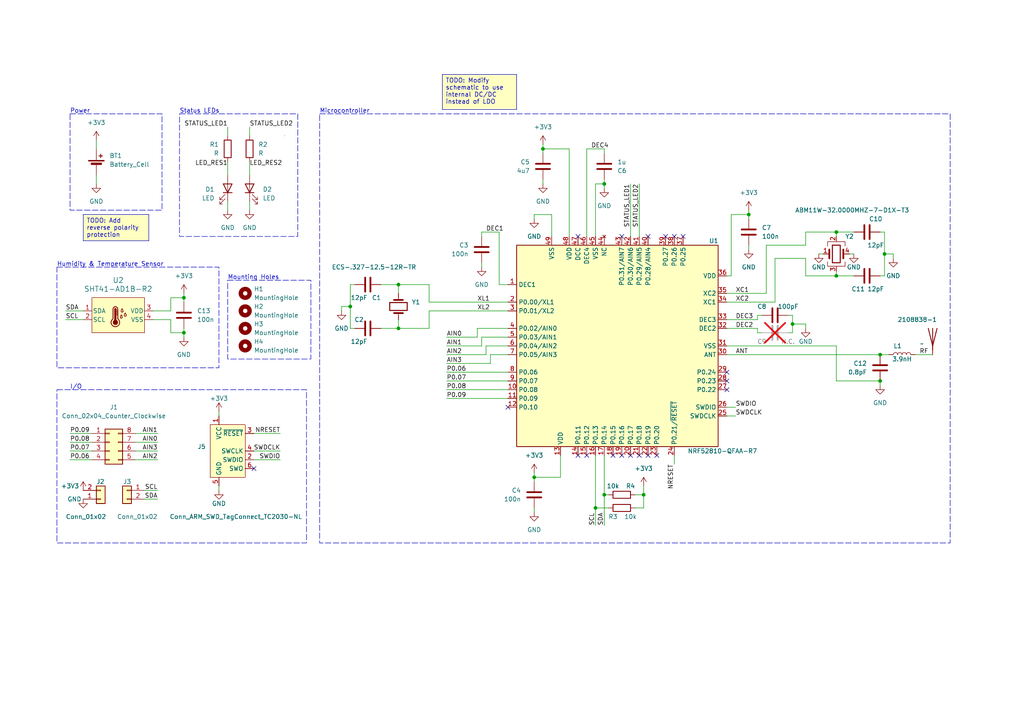
<source format=kicad_sch>
(kicad_sch (version 20230121) (generator eeschema)
  (paper "A4")
  (lib_symbols
    (symbol "Connector:Conn_ARM_SWD_TagConnect_TC2030-NL" (in_bom no)
      (property "Reference" "J" (at 2.54 11.43 0))
      (property "Value" "Conn_ARM_SWD_TagConnect_TC2030-NL" (at 2.54 8.89 0))
      (symbol "Conn_ARM_SWD_TagConnect_TC2030-NL_0_0"
        (pin power_in line (at -2.54 10.16 270) (length 2.54) (name "VCC") (number "1"))
        (pin bidirectional line (at 7.62 -2.54 180) (length 2.54) (name "SWDIO") (number "2"))
        (pin open_collector line (at 7.62 5.08 180) (length 2.54) (name "~{RESET}") (number "3"))
        (pin output line (at 7.62 0 180) (length 2.54) (name "SWCLK") (number "4"))
        (pin power_in line (at -2.54 -10.16 90) (length 2.54) (name "GND") (number "5"))
        (pin input line (at 7.62 -5.08 180) (length 2.54) (name "SWO") (number "6"))
      )
      (symbol "Conn_ARM_SWD_TagConnect_TC2030-NL_0_1"
        (rectangle (start -5.08 7.62) (end 5.08 -7.62) (fill (type background)))
      )
    )
    (symbol "Connector_Generic:Conn_01x02" (pin_names (offset 1.016) hide)
      (property "Reference" "J" (at 0 2.54 0))
      (property "Value" "Conn_01x02" (at 0 -5.08 0))
      (symbol "Conn_01x02_1_1"
        (rectangle (start -1.27 -2.413) (end 0 -2.667) (stroke (width 0.1524)))
        (rectangle (start -1.27 0.127) (end 0 -0.127) (stroke (width 0.1524)))
        (rectangle (start -1.27 1.27) (end 1.27 -3.81) (stroke (width 0.254)) (fill (type background)))
        (pin passive line (at -5.08 0 0) (length 3.81) (name "Pin_1") (number "1"))
        (pin passive line (at -5.08 -2.54 0) (length 3.81) (name "Pin_2") (number "2"))
      )
    )
    (symbol "Connector_Generic:Conn_02x04_Counter_Clockwise" (pin_names (offset 1.016) hide)
      (property "Reference" "J" (at 1.27 5.08 0))
      (property "Value" "Conn_02x04_Counter_Clockwise" (at 1.27 -7.62 0))
      (symbol "Conn_02x04_Counter_Clockwise_1_1"
        (rectangle (start -1.27 -4.953) (end 0 -5.207) (stroke (width 0.1524)))
        (rectangle (start -1.27 -2.413) (end 0 -2.667) (stroke (width 0.1524)))
        (rectangle (start -1.27 0.127) (end 0 -0.127) (stroke (width 0.1524)))
        (rectangle (start -1.27 2.667) (end 0 2.413) (stroke (width 0.1524)))
        (rectangle (start -1.27 3.81) (end 3.81 -6.35) (stroke (width 0.254)) (fill (type background)))
        (rectangle (start 3.81 -4.953) (end 2.54 -5.207) (stroke (width 0.1524)))
        (rectangle (start 3.81 -2.413) (end 2.54 -2.667) (stroke (width 0.1524)))
        (rectangle (start 3.81 0.127) (end 2.54 -0.127) (stroke (width 0.1524)))
        (rectangle (start 3.81 2.667) (end 2.54 2.413) (stroke (width 0.1524)))
        (pin passive line (at -5.08 2.54 0) (length 3.81) (name "Pin_1") (number "1"))
        (pin passive line (at -5.08 0 0) (length 3.81) (name "Pin_2") (number "2"))
        (pin passive line (at -5.08 -2.54 0) (length 3.81) (name "Pin_3") (number "3"))
        (pin passive line (at -5.08 -5.08 0) (length 3.81) (name "Pin_4") (number "4"))
        (pin passive line (at 7.62 -5.08 180) (length 3.81) (name "Pin_5") (number "5"))
        (pin passive line (at 7.62 -2.54 180) (length 3.81) (name "Pin_6") (number "6"))
        (pin passive line (at 7.62 0 180) (length 3.81) (name "Pin_7") (number "7"))
        (pin passive line (at 7.62 2.54 180) (length 3.81) (name "Pin_8") (number "8"))
      )
    )
    (symbol "Device:Antenna" (pin_numbers hide) (pin_names (offset 1.016) hide)
      (property "Reference" "AE" (at -1.905 1.905 0))
      (property "Value" "Antenna" (at -1.905 0 0))
      (symbol "Antenna_0_1"
        (polyline (pts (xy 0 2.54) (xy 0 -3.81)) (stroke (width 0.254)))
        (polyline (pts (xy 1.27 2.54) (xy 0 -2.54) (xy -1.27 2.54)) (stroke (width 0.254)))
      )
      (symbol "Antenna_1_1"
        (pin input line (at 0 -5.08 90) (length 2.54) (name "A") (number "1"))
      )
    )
    (symbol "Device:Battery_Cell" (pin_numbers hide) (pin_names (offset 0) hide)
      (property "Reference" "BT" (at 2.54 2.54 0))
      (property "Value" "Battery_Cell" (at 2.54 0 0))
      (symbol "Battery_Cell_0_1"
        (rectangle (start -2.286 1.778) (end 2.286 1.524) (fill (type outline)))
        (rectangle (start -1.524 1.016) (end 1.524 0.508) (fill (type outline)))
        (polyline (pts (xy 0 0.762) (xy 0 0)))
        (polyline (pts (xy 0 1.778) (xy 0 2.54)))
        (polyline (pts (xy 0.762 3.048) (xy 1.778 3.048)) (stroke (width 0.254)))
        (polyline (pts (xy 1.27 3.556) (xy 1.27 2.54)) (stroke (width 0.254)))
      )
      (symbol "Battery_Cell_1_1"
        (pin passive line (at 0 5.08 270) (length 2.54) (name "+") (number "1"))
        (pin passive line (at 0 -2.54 90) (length 2.54) (name "-") (number "2"))
      )
    )
    (symbol "Device:C" (pin_numbers hide) (pin_names (offset 0.254))
      (property "Reference" "C" (at 0.635 2.54 0))
      (property "Value" "C" (at 0.635 -2.54 0))
      (symbol "C_0_1"
        (polyline (pts (xy -2.032 -0.762) (xy 2.032 -0.762)) (stroke (width 0.508)))
        (polyline (pts (xy -2.032 0.762) (xy 2.032 0.762)) (stroke (width 0.508)))
      )
      (symbol "C_1_1"
        (pin passive line (at 0 3.81 270) (length 2.794) (name "~") (number "1"))
        (pin passive line (at 0 -3.81 90) (length 2.794) (name "~") (number "2"))
      )
    )
    (symbol "Device:Crystal" (pin_numbers hide) (pin_names (offset 1.016) hide)
      (property "Reference" "Y" (at 0 3.81 0))
      (property "Value" "Crystal" (at 0 -3.81 0))
      (symbol "Crystal_0_1"
        (rectangle (start -1.143 2.54) (end 1.143 -2.54) (stroke (width 0.3048)))
        (polyline (pts (xy -2.54 0) (xy -1.905 0)))
        (polyline (pts (xy -1.905 -1.27) (xy -1.905 1.27)) (stroke (width 0.508)))
        (polyline (pts (xy 1.905 -1.27) (xy 1.905 1.27)) (stroke (width 0.508)))
        (polyline (pts (xy 2.54 0) (xy 1.905 0)))
      )
      (symbol "Crystal_1_1"
        (pin passive line (at -3.81 0 0) (length 1.27) (name "1") (number "1"))
        (pin passive line (at 3.81 0 180) (length 1.27) (name "2") (number "2"))
      )
    )
    (symbol "Device:Crystal_GND23" (pin_names (offset 1.016) hide)
      (property "Reference" "Y" (at 3.175 5.08 0))
      (property "Value" "Crystal_GND23" (at 3.175 3.175 0))
      (symbol "Crystal_GND23_0_1"
        (rectangle (start -1.143 2.54) (end 1.143 -2.54) (stroke (width 0.3048)))
        (polyline (pts (xy -2.54 0) (xy -2.032 0)))
        (polyline (pts (xy -2.032 -1.27) (xy -2.032 1.27)) (stroke (width 0.508)))
        (polyline (pts (xy 0 -3.81) (xy 0 -3.556)))
        (polyline (pts (xy 0 3.556) (xy 0 3.81)))
        (polyline (pts (xy 2.032 -1.27) (xy 2.032 1.27)) (stroke (width 0.508)))
        (polyline (pts (xy 2.032 0) (xy 2.54 0)))
        (polyline (pts (xy -2.54 -2.286) (xy -2.54 -3.556) (xy 2.54 -3.556) (xy 2.54 -2.286)))
        (polyline (pts (xy -2.54 2.286) (xy -2.54 3.556) (xy 2.54 3.556) (xy 2.54 2.286)))
      )
      (symbol "Crystal_GND23_1_1"
        (pin passive line (at -3.81 0 0) (length 1.27) (name "1") (number "1"))
        (pin passive line (at 0 5.08 270) (length 1.27) (name "2") (number "2"))
        (pin passive line (at 0 -5.08 90) (length 1.27) (name "3") (number "3"))
        (pin passive line (at 3.81 0 180) (length 1.27) (name "4") (number "4"))
      )
    )
    (symbol "Device:L" (pin_numbers hide) (pin_names (offset 1.016) hide)
      (property "Reference" "L" (at -1.27 0 90))
      (property "Value" "L" (at 1.905 0 90))
      (symbol "L_0_1"
        (arc (start 0 -2.54) (mid 0.6323 -1.905) (end 0 -1.27))
        (arc (start 0 -1.27) (mid 0.6323 -0.635) (end 0 0))
        (arc (start 0 0) (mid 0.6323 0.635) (end 0 1.27))
        (arc (start 0 1.27) (mid 0.6323 1.905) (end 0 2.54))
      )
      (symbol "L_1_1"
        (pin passive line (at 0 3.81 270) (length 1.27) (name "1") (number "1"))
        (pin passive line (at 0 -3.81 90) (length 1.27) (name "2") (number "2"))
      )
    )
    (symbol "Device:LED" (pin_numbers hide) (pin_names (offset 1.016) hide)
      (property "Reference" "D" (at 0 2.54 0))
      (property "Value" "LED" (at 0 -2.54 0))
      (symbol "LED_0_1"
        (polyline (pts (xy -1.27 -1.27) (xy -1.27 1.27)) (stroke (width 0.254)))
        (polyline (pts (xy -1.27 0) (xy 1.27 0)))
        (polyline (pts (xy 1.27 -1.27) (xy 1.27 1.27) (xy -1.27 0) (xy 1.27 -1.27)) (stroke (width 0.254)))
        (polyline (pts (xy -3.048 -0.762) (xy -4.572 -2.286) (xy -3.81 -2.286) (xy -4.572 -2.286) (xy -4.572 -1.524)))
        (polyline (pts (xy -1.778 -0.762) (xy -3.302 -2.286) (xy -2.54 -2.286) (xy -3.302 -2.286) (xy -3.302 -1.524)))
      )
      (symbol "LED_1_1"
        (pin passive line (at -3.81 0 0) (length 2.54) (name "K") (number "1"))
        (pin passive line (at 3.81 0 180) (length 2.54) (name "A") (number "2"))
      )
    )
    (symbol "Device:R" (pin_numbers hide) (pin_names (offset 0))
      (property "Reference" "R" (at 2.032 0 90))
      (property "Value" "R" (at 0 0 90))
      (symbol "R_0_1"
        (rectangle (start -1.016 -2.54) (end 1.016 2.54) (stroke (width 0.254)))
      )
      (symbol "R_1_1"
        (pin passive line (at 0 3.81 270) (length 1.27) (name "~") (number "1"))
        (pin passive line (at 0 -3.81 90) (length 1.27) (name "~") (number "2"))
      )
    )
    (symbol "Mechanical:MountingHole" (pin_names (offset 1.016))
      (property "Reference" "H" (at 0 5.08 0))
      (property "Value" "MountingHole" (at 0 3.175 0))
      (symbol "MountingHole_0_1"
        (circle (center 0 0) (radius 1.27) (stroke (width 1.27)))
      )
    )
    (symbol "encyclopedia_galactica:NRF52810-QFAA-R7"
      (property "Reference" "U" (at 0 54.61 0))
      (property "Value" "NRF52810-QFAA-R7" (at 0 52.07 0))
      (symbol "NRF52810-QFAA-R7_0_1"
        (rectangle (start -29.21 29.21) (end 29.21 -29.21) (stroke (width 0.254)) (fill (type background)))
      )
      (symbol "NRF52810-QFAA-R7_1_1"
        (pin passive line (at -31.75 17.78 0) (length 2.54) (name "DEC1") (number "1"))
        (pin bidirectional line (at -31.75 -12.7 0) (length 2.54) (name "P0.08") (number "10"))
        (pin bidirectional line (at -31.75 -15.24 0) (length 2.54) (name "P0.09") (number "11"))
        (pin bidirectional line (at -31.75 -17.78 0) (length 2.54) (name "P0.10") (number "12"))
        (pin power_in line (at -16.51 -31.75 90) (length 2.54) (name "VDD") (number "13"))
        (pin bidirectional line (at -11.43 -31.75 90) (length 2.54) (name "P0.11") (number "14"))
        (pin bidirectional line (at -8.89 -31.75 90) (length 2.54) (name "P0.12") (number "15"))
        (pin bidirectional line (at -6.35 -31.75 90) (length 2.54) (name "P0.13") (number "16"))
        (pin bidirectional line (at -3.81 -31.75 90) (length 2.54) (name "P0.14") (number "17"))
        (pin bidirectional line (at -1.27 -31.75 90) (length 2.54) (name "P0.15") (number "18"))
        (pin bidirectional line (at 1.27 -31.75 90) (length 2.54) (name "P0.16") (number "19"))
        (pin bidirectional line (at -31.75 12.7 0) (length 2.54) (name "P0.00/XL1") (number "2"))
        (pin bidirectional line (at 3.81 -31.75 90) (length 2.54) (name "P0.17") (number "20"))
        (pin bidirectional line (at 6.35 -31.75 90) (length 2.54) (name "P0.18") (number "21"))
        (pin bidirectional line (at 8.89 -31.75 90) (length 2.54) (name "P0.19") (number "22"))
        (pin bidirectional line (at 11.43 -31.75 90) (length 2.54) (name "P0.20") (number "23"))
        (pin bidirectional line (at 16.51 -31.75 90) (length 2.54) (name "P0.21/~{RESET}") (number "24"))
        (pin input line (at 31.75 -20.32 180) (length 2.54) (name "SWDCLK") (number "25"))
        (pin bidirectional line (at 31.75 -17.78 180) (length 2.54) (name "SWDIO") (number "26"))
        (pin bidirectional line (at 31.75 -12.7 180) (length 2.54) (name "P0.22") (number "27"))
        (pin bidirectional line (at 31.75 -10.16 180) (length 2.54) (name "P0.23") (number "28"))
        (pin bidirectional line (at 31.75 -7.62 180) (length 2.54) (name "P0.24") (number "29"))
        (pin bidirectional line (at -31.75 10.16 0) (length 2.54) (name "P0.01/XL2") (number "3"))
        (pin passive line (at 31.75 -2.54 180) (length 2.54) (name "ANT") (number "30"))
        (pin power_in line (at 31.75 0 180) (length 2.54) (name "VSS") (number "31"))
        (pin passive line (at 31.75 5.08 180) (length 2.54) (name "DEC2") (number "32"))
        (pin passive line (at 31.75 7.62 180) (length 2.54) (name "DEC3") (number "33"))
        (pin input line (at 31.75 12.7 180) (length 2.54) (name "XC1") (number "34"))
        (pin input line (at 31.75 15.24 180) (length 2.54) (name "XC2") (number "35"))
        (pin passive line (at 31.75 20.32 180) (length 2.54) (name "VDD") (number "36"))
        (pin bidirectional line (at 19.05 31.75 270) (length 2.54) (name "P0.25") (number "37"))
        (pin bidirectional line (at 16.51 31.75 270) (length 2.54) (name "P0.26") (number "38"))
        (pin bidirectional line (at 13.97 31.75 270) (length 2.54) (name "P0.27") (number "39"))
        (pin bidirectional line (at -31.75 5.08 0) (length 2.54) (name "P0.02/AIN0") (number "4"))
        (pin bidirectional line (at 8.89 31.75 270) (length 2.54) (name "P0.28/AIN4") (number "40"))
        (pin bidirectional line (at 6.35 31.75 270) (length 2.54) (name "P0.29/AIN5") (number "41"))
        (pin bidirectional line (at 3.81 31.75 270) (length 2.54) (name "P0.30/AIN6") (number "42"))
        (pin bidirectional line (at 1.27 31.75 270) (length 2.54) (name "P0.31/AIN7") (number "43"))
        (pin no_connect line (at -3.81 31.75 270) (length 2.54) (name "NC") (number "44"))
        (pin passive line (at -6.35 31.75 270) (length 2.54) (name "VSS") (number "45"))
        (pin passive line (at -8.89 31.75 270) (length 2.54) (name "DEC4") (number "46"))
        (pin power_out line (at -11.43 31.75 270) (length 2.54) (name "DCC") (number "47"))
        (pin passive line (at -13.97 31.75 270) (length 2.54) (name "VDD") (number "48"))
        (pin passive line (at -19.05 31.75 270) (length 2.54) (name "VSS") (number "49"))
        (pin bidirectional line (at -31.75 2.54 0) (length 2.54) (name "P0.03/AIN1") (number "5"))
        (pin bidirectional line (at -31.75 0 0) (length 2.54) (name "P0.04/AIN2") (number "6"))
        (pin bidirectional line (at -31.75 -2.54 0) (length 2.54) (name "P0.05/AIN3") (number "7"))
        (pin bidirectional line (at -31.75 -7.62 0) (length 2.54) (name "P0.06") (number "8"))
        (pin bidirectional line (at -31.75 -10.16 0) (length 2.54) (name "P0.07") (number "9"))
      )
    )
    (symbol "encyclopedia_galactica:SHT41-AD1B-R2" (pin_names (offset 0.254))
      (property "Reference" "U" (at 0 13.97 0))
      (property "Value" "SHT41-AD1B-R2" (at 0 11.43 0))
      (symbol "SHT41-AD1B-R2_0_0"
        (polyline (pts (xy -0.7782 -2.7679) (xy -0.7538 -2.7614) (xy -0.6273 -2.7452) (xy -0.5713 -2.733) (xy -0.4386 -2.65) (xy -0.3005 -2.5149) (xy -0.1862 -2.3589) (xy -0.1253 -2.2133) (xy -0.1122 -1.9777) (xy -0.1841 -1.7536) (xy -0.3553 -1.5359) (xy -0.5465 -1.3446) (xy -0.5465 0.2882) (xy -0.5465 1.9209) (xy -0.6855 2.012) (xy -0.7691 2.0613) (xy -0.8546 2.0708) (xy -0.9634 2.012) (xy -1.1023 1.9209) (xy -1.1023 0.2767) (xy -1.1023 -1.3675) (xy -1.2424 -1.4777) (xy -1.2888 -1.5171) (xy -1.4497 -1.7284) (xy -1.5229 -1.9679) (xy -1.5126 -2.2124) (xy -1.4228 -2.4384) (xy -1.2576 -2.6226) (xy -1.0211 -2.7416) (xy -0.8813 -2.7694) (xy -0.7782 -2.7679)) (stroke (width 0.01)) (fill (type outline)))
        (polyline (pts (xy 2.1727 -0.3391) (xy 2.3119 -0.2679) (xy 2.3683 -0.175) (xy 2.3992 -0.0278) (xy 2.3871 0.0546) (xy 2.337 0.2108) (xy 2.2619 0.3868) (xy 2.177 0.5511) (xy 2.0973 0.6727) (xy 2.0379 0.7202) (xy 1.9994 0.6955) (xy 1.9245 0.5928) (xy 1.8393 0.4391) (xy 1.7593 0.2658) (xy 1.6999 0.1045) (xy 1.6767 -0.0135) (xy 1.6805 -0.0349) (xy 1.7878 -0.0349) (xy 1.7977 0.0177) (xy 1.8421 0.1542) (xy 1.9103 0.3256) (xy 2.0328 0.6103) (xy 2.1597 0.3359) (xy 2.2226 0.1922) (xy 2.2764 0.0231) (xy 2.275 -0.0919) (xy 2.2213 -0.1774) (xy 2.1655 -0.214) (xy 2.0379 -0.2441) (xy 1.9584 -0.2324) (xy 1.8367 -0.1559) (xy 1.7878 -0.0349) (xy 1.6805 -0.0349) (xy 1.6952 -0.1171) (xy 1.7686 -0.2536) (xy 1.8305 -0.3015) (xy 1.9945 -0.3498) (xy 2.1727 -0.3391)) (stroke (width 0.01)) (fill (type outline)))
        (polyline (pts (xy 1.2779 0.8852) (xy 1.3876 0.9342) (xy 1.439 1.0346) (xy 1.4494 1.2197) (xy 1.4056 1.4476) (xy 1.3104 1.6903) (xy 1.2438 1.815) (xy 1.1682 1.9333) (xy 1.1209 1.9791) (xy 1.087 1.9506) (xy 1.016 1.8457) (xy 0.9313 1.6903) (xy 0.8493 1.4902) (xy 0.7962 1.2577) (xy 0.7964 1.2083) (xy 0.8985 1.2083) (xy 0.907 1.2863) (xy 0.947 1.4367) (xy 1.0063 1.5899) (xy 1.0699 1.7089) (xy 1.1227 1.7568) (xy 1.1687 1.7194) (xy 1.2295 1.6057) (xy 1.286 1.4514) (xy 1.3252 1.2933) (xy 1.3338 1.1679) (xy 1.3235 1.1054) (xy 1.2709 1.0212) (xy 1.1467 0.9899) (xy 1.1356 0.9889) (xy 0.987 0.994) (xy 0.9164 1.0597) (xy 0.8985 1.2083) (xy 0.7964 1.2083) (xy 0.7968 1.063) (xy 0.8541 0.9342) (xy 0.9555 0.8871) (xy 1.116 0.8695) (xy 1.2779 0.8852)) (stroke (width 0.01)) (fill (type outline)))
        (polyline (pts (xy 1.1245 -0.8535) (xy 1.1312 -0.8498) (xy 1.2085 -0.7577) (xy 1.2315 -0.5895) (xy 1.2238 -0.507) (xy 1.1823 -0.3342) (xy 1.116 -0.1464) (xy 1.038 0.0259) (xy 0.9612 0.1517) (xy 0.8985 0.2005) (xy 0.864 0.1827) (xy 0.7914 0.0847) (xy 0.7123 -0.0722) (xy 0.6397 -0.2572) (xy 0.5864 -0.4397) (xy 0.5682 -0.5702) (xy 0.6762 -0.5702) (xy 0.6847 -0.4923) (xy 0.7246 -0.3419) (xy 0.784 -0.1887) (xy 0.8476 -0.0697) (xy 0.9004 -0.0218) (xy 0.9464 -0.0591) (xy 1.0072 -0.1728) (xy 1.0637 -0.3271) (xy 1.1029 -0.4853) (xy 1.1115 -0.6106) (xy 1.1012 -0.6731) (xy 1.0485 -0.7574) (xy 0.9243 -0.7887) (xy 0.9133 -0.7897) (xy 0.7647 -0.7846) (xy 0.6941 -0.7188) (xy 0.6762 -0.5702) (xy 0.5682 -0.5702) (xy 0.5656 -0.5887) (xy 0.5845 -0.7427) (xy 0.6623 -0.851) (xy 0.7257 -0.88) (xy 0.9286 -0.906) (xy 1.1245 -0.8535)) (stroke (width 0.01)) (fill (type outline)))
        (polyline (pts (xy -0.5545 -3.3797) (xy -0.2175 -3.2426) (xy 0.0945 -2.9972) (xy 0.1243 -2.9669) (xy 0.3463 -2.6832) (xy 0.4707 -2.3844) (xy 0.5089 -2.044) (xy 0.476 -1.8294) (xy 0.3828 -1.5698) (xy 0.2505 -1.3237) (xy 0.1 -1.1376) (xy -0.0463 -1.0029) (xy -0.0464 0.4742) (xy -0.0467 0.7893) (xy -0.0488 1.1761) (xy -0.0534 1.4752) (xy -0.0614 1.7005) (xy -0.0736 1.8661) (xy -0.0909 1.986) (xy -0.1139 2.0742) (xy -0.1437 2.1447) (xy -0.2598 2.3183) (xy -0.4689 2.4887) (xy -0.7142 2.5745) (xy -0.9722 2.5687) (xy -1.2192 2.4643) (xy -1.2384 2.4513) (xy -1.3421 2.3751) (xy -1.424 2.294) (xy -1.4867 2.1948) (xy -1.5327 2.0641) (xy -1.5646 1.8887) (xy -1.585 1.6553) (xy -1.5964 1.3506) (xy -1.6014 0.9613) (xy -1.6025 0.4742) (xy -1.6026 -1.0029) (xy -1.7489 -1.1376) (xy -1.8907 -1.3105) (xy -2.0247 -1.5544) (xy -2.1208 -1.8145) (xy -2.1578 -2.044) (xy -2.1575 -2.0827) (xy -2.138 -2.2218) (xy -1.9808 -2.2218) (xy -1.9707 -1.897) (xy -1.8626 -1.5804) (xy -1.6554 -1.2905) (xy -1.4358 -1.0597) (xy -1.4358 0.4346) (xy -1.4358 0.4797) (xy -1.4346 0.9365) (xy -1.4309 1.2963) (xy -1.424 1.572) (xy -1.4133 1.7764) (xy -1.398 1.9226) (xy -1.3777 2.0235) (xy -1.3515 2.0921) (xy -1.3513 2.0925) (xy -1.216 2.2564) (xy -1.0244 2.3768) (xy -0.8244 2.4237) (xy -0.7891 2.4224) (xy -0.5709 2.3561) (xy -0.3871 2.2073) (xy -0.2603 2.0002) (xy -0.2131 1.7595) (xy -0.2144 1.7118) (xy -0.2434 1.6157) (xy -0.3242 1.59) (xy -0.389 1.5745) (xy -0.4354 1.5066) (xy -0.4147 1.458) (xy -0.3242 1.4233) (xy -0.2391 1.3933) (xy -0.2131 1.2843) (xy -0.237 1.1779) (xy -0.3242 1.1454) (xy -0.389 1.1299) (xy -0.4354 1.062) (xy -0.4147 1.0134) (xy -0.3242 0.9786) (xy -0.2391 0.9486) (xy -0.2131 0.8397) (xy -0.237 0.7333) (xy -0.3242 0.7007) (xy -0.389 0.6853) (xy -0.4354 0.6174) (xy -0.4147 0.5687) (xy -0.3242 0.534) (xy -0.2391 0.504) (xy -0.2131 0.395) (xy -0.237 0.2887) (xy -0.3242 0.2561) (xy -0.389 0.2406) (xy -0.4354 0.1727) (xy -0.4147 0.1241) (xy -0.3242 0.0894) (xy -0.3128 0.0892) (xy -0.2667 0.0778) (xy -0.2375 0.0345) (xy -0.2213 -0.0606) (xy -0.2145 -0.2272) (xy -0.2131 -0.4852) (xy -0.2131 -1.0597) (xy 0.0065 -1.2905) (xy 0.1132 -1.418) (xy 0.2758 -1.7239) (xy 0.3386 -2.0486) (xy 0.3025 -2.3736) (xy 0.168 -2.6806) (xy -0.0639 -2.9511) (xy -0.1168 -2.9941) (xy -0.3007 -3.1115) (xy -0.4755 -3.1865) (xy -0.586 -3.2131) (xy -0.9384 -3.2355) (xy -1.2628 -3.1514) (xy -1.568 -2.9592) (xy -1.7106 -2.8208) (xy -1.8938 -2.5359) (xy -1.9808 -2.2218) (xy -2.138 -2.2218) (xy -2.1106 -2.4174) (xy -1.9764 -2.7137) (xy -1.7434 -2.9978) (xy -1.5826 -3.142) (xy -1.4085 -3.2682) (xy -1.2691 -3.3395) (xy -0.9161 -3.4084) (xy -0.5545 -3.3797)) (stroke (width 0.01)) (fill (type outline)))
      )
      (symbol "SHT41-AD1B-R2_1_1"
        (rectangle (start -7.62 5.08) (end 7.62 -5.08) (fill (type background)))
        (pin bidirectional line (at -10.16 1.27 0) (length 2.54) (name "SDA") (number "1"))
        (pin input line (at -10.16 -1.27 0) (length 2.54) (name "SCL") (number "2"))
        (pin power_in line (at 10.16 1.27 180) (length 2.54) (name "VDD") (number "3"))
        (pin power_out line (at 10.16 -1.27 180) (length 2.54) (name "VSS") (number "4"))
      )
    )
    (symbol "power:+3V3" (power) (pin_names (offset 0))
      (property "Value" "+3V3" (at 0 3.556 0))
      (symbol "+3V3_0_1"
        (polyline (pts (xy -0.762 1.27) (xy 0 2.54)))
        (polyline (pts (xy 0 0) (xy 0 2.54)))
        (polyline (pts (xy 0 2.54) (xy 0.762 1.27)))
      )
      (symbol "+3V3_1_1"
        (pin power_in line (at 0 0 90) (length 0) hide (name "+3V3") (number "1"))
      )
    )
    (symbol "power:GND" (power) (pin_names (offset 0))
      (property "Value" "GND" (at 0 -3.81 0))
      (symbol "GND_0_1"
        (polyline (pts (xy 0 0) (xy 0 -1.27) (xy 1.27 -1.27) (xy 0 -2.54) (xy -1.27 -1.27) (xy 0 -1.27)))
      )
      (symbol "GND_1_1"
        (pin power_in line (at 0 0 270) (length 0) hide (name "GND") (number "1"))
      )
    )
  )
  (junction (at 242.57 67.31))
  (junction (at 175.26 143.51))
  (junction (at 255.27 110.49))
  (junction (at 175.26 53.34))
  (junction (at 186.69 143.51))
  (junction (at 255.27 102.87))
  (junction (at 115.57 95.25))
  (junction (at 53.34 96.52))
  (junction (at 154.94 138.43))
  (junction (at 217.17 62.23))
  (junction (at 242.57 80.01))
  (junction (at 101.6 88.9))
  (junction (at 229.87 93.98))
  (junction (at 115.57 82.55))
  (junction (at 53.34 86.36))
  (junction (at 256.54 73.66))
  (junction (at 157.48 43.18))
  (junction (at 172.72 147.32))
  (no_connect (at 182.88 132.08))
  (no_connect (at 147.32 118.11))
  (no_connect (at 73.66 135.89))
  (no_connect (at 210.82 113.03))
  (no_connect (at 210.82 110.49))
  (no_connect (at 167.64 132.08))
  (no_connect (at 180.34 132.08))
  (no_connect (at 170.18 132.08))
  (no_connect (at 177.8 132.08))
  (no_connect (at 190.5 132.08))
  (no_connect (at 187.96 68.58))
  (no_connect (at 185.42 132.08))
  (no_connect (at 180.34 68.58))
  (no_connect (at 187.96 132.08))
  (no_connect (at 195.58 68.58))
  (no_connect (at 193.04 68.58))
  (no_connect (at 210.82 107.95))
  (no_connect (at 198.12 68.58))
  (no_connect (at 167.64 68.58))
  (wire (pts (xy 129.54 100.33) (xy 139.7 100.33)))
  (wire (pts (xy 139.7 76.2) (xy 139.7 77.47)))
  (wire (pts (xy 101.6 95.25) (xy 101.6 88.9)))
  (wire (pts (xy 175.26 52.07) (xy 175.26 53.34)))
  (wire (pts (xy 242.57 80.01) (xy 242.57 78.74)))
  (wire (pts (xy 212.09 80.01) (xy 210.82 80.01)))
  (wire (pts (xy 19.05 92.71) (xy 24.13 92.71)))
  (wire (pts (xy 147.32 97.79) (xy 139.7 97.79)))
  (wire (pts (xy 222.25 71.12) (xy 222.25 85.09)))
  (wire (pts (xy 157.48 52.07) (xy 157.48 53.34)))
  (wire (pts (xy 129.54 115.57) (xy 147.32 115.57)))
  (wire (pts (xy 233.68 93.98) (xy 229.87 93.98)))
  (wire (pts (xy 184.15 143.51) (xy 186.69 143.51)))
  (wire (pts (xy 224.79 74.93) (xy 233.68 74.93)))
  (wire (pts (xy 53.34 85.09) (xy 53.34 86.36)))
  (wire (pts (xy 115.57 82.55) (xy 115.57 85.09)))
  (wire (pts (xy 124.46 82.55) (xy 124.46 87.63)))
  (wire (pts (xy 265.43 102.87) (xy 270.51 102.87)))
  (wire (pts (xy 27.94 50.8) (xy 27.94 53.34)))
  (wire (pts (xy 172.72 147.32) (xy 176.53 147.32)))
  (wire (pts (xy 182.88 53.34) (xy 182.88 68.58)))
  (wire (pts (xy 140.97 100.33) (xy 140.97 102.87)))
  (wire (pts (xy 39.37 130.81) (xy 45.72 130.81)))
  (wire (pts (xy 49.53 86.36) (xy 53.34 86.36)))
  (wire (pts (xy 175.26 143.51) (xy 175.26 152.4)))
  (wire (pts (xy 256.54 80.01) (xy 256.54 73.66)))
  (wire (pts (xy 220.98 96.52) (xy 219.71 96.52)))
  (wire (pts (xy 185.42 53.34) (xy 185.42 68.58)))
  (wire (pts (xy 66.04 36.83) (xy 66.04 39.37)))
  (wire (pts (xy 175.26 143.51) (xy 176.53 143.51)))
  (wire (pts (xy 102.87 95.25) (xy 101.6 95.25)))
  (wire (pts (xy 154.94 147.32) (xy 154.94 148.59)))
  (wire (pts (xy 129.54 102.87) (xy 140.97 102.87)))
  (wire (pts (xy 129.54 107.95) (xy 147.32 107.95)))
  (wire (pts (xy 129.54 110.49) (xy 147.32 110.49)))
  (wire (pts (xy 139.7 68.58) (xy 139.7 67.31)))
  (wire (pts (xy 27.94 40.64) (xy 27.94 43.18)))
  (wire (pts (xy 154.94 138.43) (xy 162.56 138.43)))
  (wire (pts (xy 144.78 82.55) (xy 144.78 67.31)))
  (wire (pts (xy 144.78 67.31) (xy 139.7 67.31)))
  (wire (pts (xy 172.72 147.32) (xy 172.72 152.4)))
  (wire (pts (xy 147.32 95.25) (xy 138.43 95.25)))
  (wire (pts (xy 233.68 95.25) (xy 233.68 93.98)))
  (wire (pts (xy 255.27 102.87) (xy 257.81 102.87)))
  (wire (pts (xy 229.87 93.98) (xy 229.87 96.52)))
  (wire (pts (xy 49.53 90.17) (xy 49.53 86.36)))
  (wire (pts (xy 39.37 133.35) (xy 45.72 133.35)))
  (wire (pts (xy 217.17 60.96) (xy 217.17 62.23)))
  (wire (pts (xy 53.34 86.36) (xy 53.34 87.63)))
  (wire (pts (xy 242.57 67.31) (xy 233.68 67.31)))
  (wire (pts (xy 238.76 73.66) (xy 237.49 73.66)))
  (wire (pts (xy 170.18 43.18) (xy 170.18 68.58)))
  (wire (pts (xy 129.54 113.03) (xy 147.32 113.03)))
  (wire (pts (xy 220.98 91.44) (xy 219.71 91.44)))
  (wire (pts (xy 154.94 138.43) (xy 154.94 139.7)))
  (wire (pts (xy 165.1 43.18) (xy 157.48 43.18)))
  (wire (pts (xy 228.6 91.44) (xy 229.87 91.44)))
  (wire (pts (xy 20.32 128.27) (xy 26.67 128.27)))
  (wire (pts (xy 154.94 137.16) (xy 154.94 138.43)))
  (wire (pts (xy 210.82 100.33) (xy 242.57 100.33)))
  (wire (pts (xy 99.06 90.17) (xy 99.06 88.9)))
  (wire (pts (xy 210.82 102.87) (xy 255.27 102.87)))
  (wire (pts (xy 110.49 82.55) (xy 115.57 82.55)))
  (wire (pts (xy 142.24 102.87) (xy 142.24 105.41)))
  (wire (pts (xy 139.7 97.79) (xy 139.7 100.33)))
  (wire (pts (xy 157.48 41.91) (xy 157.48 43.18)))
  (wire (pts (xy 20.32 130.81) (xy 26.67 130.81)))
  (wire (pts (xy 165.1 68.58) (xy 165.1 43.18)))
  (wire (pts (xy 172.72 132.08) (xy 172.72 147.32)))
  (wire (pts (xy 224.79 74.93) (xy 224.79 87.63)))
  (wire (pts (xy 184.15 147.32) (xy 186.69 147.32)))
  (wire (pts (xy 186.69 143.51) (xy 186.69 140.97)))
  (wire (pts (xy 175.26 132.08) (xy 175.26 143.51)))
  (wire (pts (xy 242.57 67.31) (xy 242.57 68.58)))
  (wire (pts (xy 256.54 67.31) (xy 255.27 67.31)))
  (wire (pts (xy 233.68 80.01) (xy 242.57 80.01)))
  (wire (pts (xy 72.39 58.42) (xy 72.39 60.96)))
  (wire (pts (xy 195.58 132.08) (xy 195.58 134.62)))
  (wire (pts (xy 242.57 100.33) (xy 242.57 110.49)))
  (wire (pts (xy 247.65 73.66) (xy 246.38 73.66)))
  (wire (pts (xy 217.17 62.23) (xy 217.17 63.5)))
  (wire (pts (xy 45.72 142.24) (xy 41.91 142.24)))
  (wire (pts (xy 138.43 95.25) (xy 138.43 97.79)))
  (wire (pts (xy 242.57 110.49) (xy 255.27 110.49)))
  (wire (pts (xy 115.57 95.25) (xy 124.46 95.25)))
  (wire (pts (xy 63.5 140.97) (xy 63.5 142.24)))
  (wire (pts (xy 20.32 125.73) (xy 26.67 125.73)))
  (wire (pts (xy 210.82 95.25) (xy 219.71 95.25)))
  (wire (pts (xy 45.72 144.78) (xy 41.91 144.78)))
  (wire (pts (xy 217.17 71.12) (xy 217.17 72.39)))
  (wire (pts (xy 20.32 133.35) (xy 26.67 133.35)))
  (wire (pts (xy 53.34 96.52) (xy 53.34 97.79)))
  (wire (pts (xy 157.48 43.18) (xy 157.48 44.45)))
  (wire (pts (xy 259.08 74.93) (xy 259.08 73.66)))
  (wire (pts (xy 124.46 87.63) (xy 147.32 87.63)))
  (wire (pts (xy 124.46 90.17) (xy 147.32 90.17)))
  (wire (pts (xy 66.04 58.42) (xy 66.04 60.96)))
  (wire (pts (xy 160.02 62.23) (xy 154.94 62.23)))
  (wire (pts (xy 66.04 46.99) (xy 66.04 50.8)))
  (wire (pts (xy 73.66 130.81) (xy 81.28 130.81)))
  (wire (pts (xy 39.37 125.73) (xy 45.72 125.73)))
  (wire (pts (xy 115.57 82.55) (xy 124.46 82.55)))
  (wire (pts (xy 210.82 92.71) (xy 219.71 92.71)))
  (wire (pts (xy 212.09 62.23) (xy 217.17 62.23)))
  (wire (pts (xy 175.26 43.18) (xy 175.26 44.45)))
  (wire (pts (xy 228.6 96.52) (xy 229.87 96.52)))
  (wire (pts (xy 255.27 80.01) (xy 256.54 80.01)))
  (wire (pts (xy 138.43 97.79) (xy 129.54 97.79)))
  (wire (pts (xy 124.46 95.25) (xy 124.46 90.17)))
  (wire (pts (xy 175.26 53.34) (xy 175.26 54.61)))
  (wire (pts (xy 210.82 120.65) (xy 213.36 120.65)))
  (wire (pts (xy 101.6 88.9) (xy 101.6 82.55)))
  (wire (pts (xy 170.18 43.18) (xy 175.26 43.18)))
  (wire (pts (xy 72.39 46.99) (xy 72.39 50.8)))
  (wire (pts (xy 147.32 102.87) (xy 142.24 102.87)))
  (wire (pts (xy 63.5 119.38) (xy 63.5 120.65)))
  (wire (pts (xy 186.69 147.32) (xy 186.69 143.51)))
  (wire (pts (xy 53.34 95.25) (xy 53.34 96.52)))
  (wire (pts (xy 224.79 87.63) (xy 210.82 87.63)))
  (wire (pts (xy 219.71 95.25) (xy 219.71 96.52)))
  (wire (pts (xy 233.68 67.31) (xy 233.68 71.12)))
  (wire (pts (xy 142.24 105.41) (xy 129.54 105.41)))
  (wire (pts (xy 39.37 128.27) (xy 45.72 128.27)))
  (wire (pts (xy 255.27 110.49) (xy 255.27 111.76)))
  (wire (pts (xy 44.45 90.17) (xy 49.53 90.17)))
  (wire (pts (xy 256.54 73.66) (xy 256.54 67.31)))
  (wire (pts (xy 172.72 53.34) (xy 175.26 53.34)))
  (wire (pts (xy 73.66 133.35) (xy 81.28 133.35)))
  (wire (pts (xy 259.08 73.66) (xy 256.54 73.66)))
  (wire (pts (xy 49.53 92.71) (xy 49.53 96.52)))
  (wire (pts (xy 154.94 62.23) (xy 154.94 63.5)))
  (wire (pts (xy 160.02 68.58) (xy 160.02 62.23)))
  (wire (pts (xy 147.32 82.55) (xy 144.78 82.55)))
  (wire (pts (xy 72.39 36.83) (xy 72.39 39.37)))
  (wire (pts (xy 233.68 80.01) (xy 233.68 74.93)))
  (wire (pts (xy 247.65 67.31) (xy 242.57 67.31)))
  (wire (pts (xy 44.45 92.71) (xy 49.53 92.71)))
  (wire (pts (xy 229.87 91.44) (xy 229.87 93.98)))
  (wire (pts (xy 115.57 92.71) (xy 115.57 95.25)))
  (wire (pts (xy 19.05 90.17) (xy 24.13 90.17)))
  (wire (pts (xy 110.49 95.25) (xy 115.57 95.25)))
  (wire (pts (xy 147.32 100.33) (xy 140.97 100.33)))
  (wire (pts (xy 49.53 96.52) (xy 53.34 96.52)))
  (wire (pts (xy 162.56 132.08) (xy 162.56 138.43)))
  (wire (pts (xy 212.09 62.23) (xy 212.09 80.01)))
  (wire (pts (xy 172.72 53.34) (xy 172.72 68.58)))
  (wire (pts (xy 210.82 118.11) (xy 213.36 118.11)))
  (wire (pts (xy 222.25 71.12) (xy 233.68 71.12)))
  (wire (pts (xy 99.06 88.9) (xy 101.6 88.9)))
  (wire (pts (xy 247.65 80.01) (xy 242.57 80.01)))
  (wire (pts (xy 73.66 125.73) (xy 81.28 125.73)))
  (wire (pts (xy 210.82 85.09) (xy 222.25 85.09)))
  (wire (pts (xy 101.6 82.55) (xy 102.87 82.55)))
  (wire (pts (xy 219.71 91.44) (xy 219.71 92.71)))
  (rectangle (start 52.07 33.02) (end 86.36 68.58) (stroke (width 0) (type dash)))
  (rectangle (start 16.51 113.03) (end 88.9 157.48) (stroke (width 0) (type dash)))
  (rectangle (start 20.32 33.02) (end 46.99 60.96) (stroke (width 0) (type dash)))
  (rectangle (start 92.71 33.02) (end 275.59 157.48) (stroke (width 0) (type dash)))
  (rectangle (start 16.51 77.47) (end 63.5 106.68) (stroke (width 0) (type dash)))
  (rectangle (start 66.04 81.28) (end 90.17 104.14) (stroke (width 0) (type dash)))
  (rectangle (start 82.55 39.37) (end 82.55 39.37))
  (text_box "TODO: Add reverse polarity protection" (at 24.13 62.23 0) (size 19.05 7.62) (fill (type color) (color 255 255 194 1)) (effects (font (size 1.27 1.27)) (justify left top)))
  (text_box "TODO: Modify schematic to use internal DC/DC instead of LDO" (at 128.27 21.59 0) (size 21.59 10.16) (fill (type color) (color 255 255 194 1)) (effects (font (size 1.27 1.27)) (justify left top)))
  (text "Humidity & Temperature Sensor" (at 16.51 77.47 0) (effects (font (size 1.27 1.27)) (justify left bottom)))
  (text "Microcontroller" (at 92.71 33.02 0) (effects (font (size 1.27 1.27)) (justify left bottom)))
  (text "Mounting Holes" (at 66.04 81.28 0) (effects (font (size 1.27 1.27)) (justify left bottom)))
  (text "I/O" (at 20.32 113.03 0) (effects (font (size 1.27 1.27)) (justify left bottom)))
  (text "Status LEDs" (at 52.07 33.02 0) (effects (font (size 1.27 1.27)) (justify left bottom)))
  (text "Power" (at 20.32 33.02 0) (effects (font (size 1.27 1.27)) (justify left bottom)))
  (label "P0.06" (at 20.32 133.35 0))
  (label "ANT" (at 213.36 102.87 0))
  (label "AIN0" (at 129.54 97.79 0))
  (label "P0.06" (at 129.54 107.95 0))
  (label "SDA" (at 19.05 90.17 0))
  (label "AIN2" (at 45.72 133.35 180))
  (label "SCL" (at 45.72 142.24 180))
  (label "SWDIO" (at 81.28 133.35 180))
  (label "SWDIO" (at 213.36 118.11 0))
  (label "XC1" (at 213.36 85.09 0))
  (label "STATUS_LED1" (at 66.04 36.83 180))
  (label "SCL" (at 172.72 152.4 90))
  (label "DEC3" (at 213.36 92.71 0))
  (label "P0.08" (at 129.54 113.03 0))
  (label "P0.09" (at 20.32 125.73 0))
  (label "RF" (at 266.7 102.87 0))
  (label "STATUS_LED2" (at 185.42 53.34 270))
  (label "XL2" (at 138.43 90.17 0))
  (label "AIN3" (at 129.54 105.41 0))
  (label "DEC2" (at 213.36 95.25 0))
  (label "P0.08" (at 20.32 128.27 0))
  (label "NRESET" (at 81.28 125.73 180))
  (label "AIN3" (at 45.72 130.81 180))
  (label "LED_RES1" (at 66.04 48.26 180))
  (label "DEC1" (at 140.97 67.31 0))
  (label "SDA" (at 175.26 152.4 90))
  (label "P0.07" (at 129.54 110.49 0))
  (label "SCL" (at 19.05 92.71 0))
  (label "P0.07" (at 20.32 130.81 0))
  (label "STATUS_LED2" (at 72.39 36.83 0))
  (label "P0.09" (at 129.54 115.57 0))
  (label "AIN1" (at 45.72 125.73 180))
  (label "SWDCLK" (at 213.36 120.65 0))
  (label "STATUS_LED1" (at 182.88 53.34 270))
  (label "DEC4" (at 171.45 43.18 0))
  (label "XL1" (at 138.43 87.63 0))
  (label "AIN2" (at 129.54 102.87 0))
  (label "XC2" (at 213.36 87.63 0))
  (label "LED_RES2" (at 72.39 48.26 0))
  (label "AIN1" (at 129.54 100.33 0))
  (label "NRESET" (at 195.58 134.62 270))
  (label "SWDCLK" (at 81.28 130.81 180))
  (label "AIN0" (at 45.72 128.27 180))
  (label "SDA" (at 45.72 144.78 180))
  (symbol (lib_id "power:GND") (at 237.49 73.66 0) (mirror y) (unit 1)
    (property "Reference" "#PWR016" (effects hide))
    (property "Value" "GND" (at 237.49 77.47 0))
  )
  (symbol (lib_id "Device:LED") (at 66.04 54.61 270) (mirror x) (unit 1)
    (property "Reference" "D1" (at 62.23 54.9275 90) (effects (justify right)))
    (property "Value" "LED" (at 62.23 57.4675 90) (effects (justify right)))
    (property "Footprint" "Resistor_SMD:R_0603_1608Metric" (effects hide))
  )
  (symbol (lib_id "power:+3V3") (at 53.34 85.09 0) (unit 1)
    (property "Reference" "#PWR020" (effects hide))
    (property "Value" "+3V3" (at 53.34 80.01 0))
  )
  (symbol (lib_id "Device:C") (at 106.68 95.25 270) (unit 1)
    (property "Reference" "C2" (at 104.14 92.71 90))
    (property "Value" "12pF" (at 104.14 99.06 90))
    (property "Footprint" "Capacitor_SMD:C_0603_1608Metric" (effects hide))
  )
  (symbol (lib_id "power:GND") (at 247.65 73.66 0) (mirror y) (unit 1)
    (property "Reference" "#PWR017" (effects hide))
    (property "Value" "GND" (at 247.65 77.47 0))
  )
  (symbol (lib_id "Device:C") (at 217.17 67.31 180) (unit 1)
    (property "Reference" "C7" (at 220.98 66.04 0) (effects (justify right)))
    (property "Value" "100n" (at 220.98 68.58 0) (effects (justify right)))
    (property "Footprint" "Capacitor_SMD:C_0603_1608Metric" (effects hide))
  )
  (symbol (lib_id "power:+3V3") (at 154.94 137.16 0) (unit 1)
    (property "Reference" "#PWR08" (effects hide))
    (property "Value" "+3V3" (at 154.94 132.08 0))
  )
  (symbol (lib_id "Device:C") (at 224.79 91.44 90) (unit 1)
    (property "Reference" "C8" (at 220.98 88.9 90))
    (property "Value" "100pF" (at 228.6 88.9 90))
    (property "Footprint" "Capacitor_SMD:C_0603_1608Metric" (effects hide))
  )
  (symbol (lib_id "power:GND") (at 255.27 111.76 0) (mirror y) (unit 1)
    (property "Reference" "#PWR018" (effects hide))
    (property "Value" "GND" (at 255.27 116.84 0))
  )
  (symbol (lib_id "power:GND") (at 72.39 60.96 0) (unit 1)
    (property "Reference" "#PWR04" (effects hide))
    (property "Value" "GND" (at 72.39 66.04 0))
  )
  (symbol (lib_id "power:GND") (at 53.34 97.79 0) (unit 1)
    (property "Reference" "#PWR021" (effects hide))
    (property "Value" "GND" (at 53.34 102.87 0))
  )
  (symbol (lib_id "power:GND") (at 139.7 77.47 0) (unit 1)
    (property "Reference" "#PWR06" (effects hide))
    (property "Value" "GND" (at 139.7 82.55 0))
  )
  (symbol (lib_id "Mechanical:MountingHole") (at 71.12 100.33 0) (unit 1)
    (property "Reference" "H4" (at 73.66 99.06 0) (effects (justify left)))
    (property "Value" "MountingHole" (at 73.66 101.6 0) (effects (justify left)))
    (property "Footprint" "MountingHole:MountingHole_2.2mm_M2" (effects hide))
  )
  (symbol (lib_id "power:GND") (at 157.48 53.34 0) (unit 1)
    (property "Reference" "#PWR011" (effects hide))
    (property "Value" "GND" (at 157.48 58.42 0))
  )
  (symbol (lib_id "power:+3V3") (at 217.17 60.96 0) (mirror y) (unit 1)
    (property "Reference" "#PWR013" (effects hide))
    (property "Value" "+3V3" (at 217.17 55.88 0))
  )
  (symbol (lib_id "Device:Crystal") (at 115.57 88.9 90) (unit 1)
    (property "Reference" "Y1" (at 119.38 87.63 90) (effects (justify right)))
    (property "Value" " ECS-.327-12.5-12R-TR " (at 95.25 77.47 90) (effects (justify right)))
    (property "Footprint" "encyclopedia_galactica:ECS-.327-12.5-12R-TR" (effects hide))
  )
  (symbol (lib_id "power:GND") (at 27.94 53.34 0) (unit 1)
    (property "Reference" "#PWR03" (effects hide))
    (property "Value" "GND" (at 27.94 58.42 0))
  )
  (symbol (lib_id "Device:C") (at 157.48 48.26 0) (mirror x) (unit 1)
    (property "Reference" "C5" (at 153.67 46.99 0) (effects (justify right)))
    (property "Value" "4u7" (at 153.67 49.53 0) (effects (justify right)))
    (property "Footprint" "Capacitor_SMD:C_0603_1608Metric" (effects hide))
  )
  (symbol (lib_id "power:+3V3") (at 63.5 119.38 0) (unit 1)
    (property "Reference" "#PWR025" (effects hide))
    (property "Value" "+3V3" (at 63.5 115.57 0))
  )
  (symbol (lib_id "Device:C") (at 106.68 82.55 270) (mirror x) (unit 1)
    (property "Reference" "C1" (at 109.22 86.36 90))
    (property "Value" "12pF" (at 104.14 86.36 90))
    (property "Footprint" "Capacitor_SMD:C_0603_1608Metric" (effects hide))
  )
  (symbol (lib_id "power:+3V3") (at 24.13 142.24 0) (unit 1)
    (property "Reference" "#PWR024" (effects hide))
    (property "Value" "+3V3" (at 20.32 140.97 0))
  )
  (symbol (lib_id "Device:C") (at 251.46 67.31 90) (unit 1)
    (property "Reference" "C10" (at 254 63.5 90))
    (property "Value" "12pF" (at 254 71.12 90))
    (property "Footprint" "Capacitor_SMD:C_0603_1608Metric" (effects hide))
  )
  (symbol (lib_id "encyclopedia_galactica:NRF52810-QFAA-R7") (at 179.07 100.33 0) (unit 1)
    (property "Reference" "U1" (at 207.01 69.85 0))
    (property "Value" "NRF52810-QFAA-R7" (at 209.55 130.81 0))
    (property "Footprint" "Package_DFN_QFN:QFN-48-1EP_6x6mm_P0.4mm_EP4.6x4.6mm" (effects hide))
    (property "Datasheet" "https://infocenter.nordicsemi.com/pdf/nRF52810_PS_v1.4.pdf" (effects hide))
  )
  (symbol (lib_id "power:GND") (at 154.94 148.59 0) (unit 1)
    (property "Reference" "#PWR09" (effects hide))
    (property "Value" "GND" (at 154.94 153.67 0))
  )
  (symbol (lib_id "power:GND") (at 175.26 54.61 0) (unit 1)
    (property "Reference" "#PWR012" (effects hide))
    (property "Value" "GND" (at 175.26 59.69 0))
  )
  (symbol (lib_id "power:+3V3") (at 27.94 40.64 0) (unit 1)
    (property "Reference" "#PWR02" (effects hide))
    (property "Value" "+3V3" (at 27.94 35.56 0))
  )
  (symbol (lib_id "Device:C") (at 53.34 91.44 0) (unit 1)
    (property "Reference" "C13" (at 57.15 90.17 0) (effects (justify left)))
    (property "Value" "100n" (at 57.15 92.71 0) (effects (justify left)))
    (property "Footprint" "Capacitor_SMD:C_0603_1608Metric" (effects hide))
  )
  (symbol (lib_id "Mechanical:MountingHole") (at 71.12 95.25 0) (unit 1)
    (property "Reference" "H3" (at 73.66 93.98 0) (effects (justify left)))
    (property "Value" "MountingHole" (at 73.66 96.52 0) (effects (justify left)))
    (property "Footprint" "MountingHole:MountingHole_2.2mm_M2" (effects hide))
  )
  (symbol (lib_id "Device:C") (at 139.7 72.39 0) (mirror x) (unit 1)
    (property "Reference" "C3" (at 135.89 71.12 0) (effects (justify right)))
    (property "Value" "100n" (at 135.89 73.66 0) (effects (justify right)))
    (property "Footprint" "Capacitor_SMD:C_0603_1608Metric" (effects hide))
  )
  (symbol (lib_id "Mechanical:MountingHole") (at 71.12 85.09 0) (unit 1)
    (property "Reference" "H1" (at 73.66 83.82 0) (effects (justify left)))
    (property "Value" "MountingHole" (at 73.66 86.36 0) (effects (justify left)))
    (property "Footprint" "MountingHole:MountingHole_2.2mm_M2" (effects hide))
  )
  (symbol (lib_id "power:+3V3") (at 157.48 41.91 0) (unit 1)
    (property "Reference" "#PWR010" (effects hide))
    (property "Value" "+3V3" (at 157.48 36.83 0))
  )
  (symbol (lib_id "power:GND") (at 24.13 144.78 0) (mirror y) (unit 1)
    (property "Reference" "#PWR022" (effects hide))
    (property "Value" "GND" (at 21.59 144.78 0))
  )
  (symbol (lib_id "Device:R") (at 180.34 147.32 90) (mirror x) (unit 1)
    (property "Reference" "R3" (at 177.8 149.86 90))
    (property "Value" "10k" (at 182.88 149.86 90))
    (property "Footprint" "Resistor_SMD:R_0603_1608Metric" (effects hide))
  )
  (symbol (lib_id "Device:C") (at 255.27 106.68 0) (mirror x) (unit 1)
    (property "Reference" "C12" (at 251.46 105.41 0) (effects (justify right)))
    (property "Value" "0.8pF" (at 251.46 107.95 0) (effects (justify right)))
    (property "Footprint" "Capacitor_SMD:C_0603_1608Metric" (effects hide))
  )
  (symbol (lib_id "Device:R") (at 66.04 43.18 0) (mirror y) (unit 1)
    (property "Reference" "R1" (at 63.5 41.91 0) (effects (justify left)))
    (property "Value" "R" (at 63.5 44.45 0) (effects (justify left)))
    (property "Footprint" "Resistor_SMD:R_0603_1608Metric" (effects hide))
  )
  (symbol (lib_id "Mechanical:MountingHole") (at 71.12 90.17 0) (unit 1)
    (property "Reference" "H2" (at 73.66 88.9 0) (effects (justify left)))
    (property "Value" "MountingHole" (at 73.66 91.44 0) (effects (justify left)))
    (property "Footprint" "MountingHole:MountingHole_2.2mm_M2" (effects hide))
  )
  (symbol (lib_id "power:GND") (at 217.17 72.39 0) (mirror y) (unit 1)
    (property "Reference" "#PWR014" (effects hide))
    (property "Value" "GND" (at 217.17 77.47 0))
  )
  (symbol (lib_id "Connector_Generic:Conn_01x02") (at 29.21 144.78 0) (mirror x) (unit 1)
    (property "Reference" "J2" (at 27.94 139.7 0) (effects (justify left)))
    (property "Value" "Conn_01x02" (at 19.05 149.86 0) (effects (justify left)))
    (property "Footprint" "Connector_PinHeader_2.54mm:PinHeader_1x02_P2.54mm_Vertical" (effects hide))
  )
  (symbol (lib_id "power:GND") (at 259.08 74.93 0) (mirror y) (unit 1)
    (property "Reference" "#PWR019" (effects hide))
    (property "Value" "GND" (at 259.08 80.01 0))
  )
  (symbol (lib_id "power:GND") (at 66.04 60.96 0) (unit 1)
    (property "Reference" "#PWR01" (effects hide))
    (property "Value" "GND" (at 66.04 66.04 0))
  )
  (symbol (lib_id "Device:C") (at 175.26 48.26 0) (mirror y) (unit 1)
    (property "Reference" "C6" (at 179.07 49.53 0) (effects (justify right)))
    (property "Value" "1u" (at 179.07 46.99 0) (effects (justify right)))
    (property "Footprint" "Capacitor_SMD:C_0603_1608Metric" (effects hide))
  )
  (symbol (lib_id "Device:Crystal_GND23") (at 242.57 73.66 0) (unit 1)
    (property "Reference" "Y2" (at 246.38 68.58 0))
    (property "Value" "ABM11W-32.0000MHZ-7-D1X-T3 " (at 247.65 60.96 0))
    (property "Footprint" "encyclopedia_galactica:ABM11W-30.0000MHZ-7-D1X-T3" (effects hide))
  )
  (symbol (lib_id "encyclopedia_galactica:SHT41-AD1B-R2") (at 34.29 91.44 0) (unit 1)
    (property "Reference" "U2" (at 34.29 81.28 0) (effects (font (size 1.524 1.524))))
    (property "Value" "SHT41-AD1B-R2" (at 34.29 83.82 0) (effects (font (size 1.524 1.524))))
    (property "Footprint" "encyclopedia_galactica:DFN4_SHT41_SEN" (effects hide))
    (property "Datasheet" "https://sensirion.com/media/documents/33FD6951/63E1087C/Datasheet_SHT4x_1.pdf" (effects hide))
  )
  (symbol (lib_id "power:GND") (at 233.68 95.25 0) (mirror y) (unit 1)
    (property "Reference" "#PWR015" (effects hide))
    (property "Value" "GND" (at 233.68 99.06 0))
  )
  (symbol (lib_id "Device:LED") (at 72.39 54.61 90) (unit 1)
    (property "Reference" "D2" (at 76.2 54.9275 90) (effects (justify right)))
    (property "Value" "LED" (at 76.2 57.4675 90) (effects (justify right)))
    (property "Footprint" "Resistor_SMD:R_0603_1608Metric" (effects hide))
  )
  (symbol (lib_id "Connector_Generic:Conn_02x04_Counter_Clockwise") (at 31.75 128.27 0) (unit 1)
    (property "Reference" "J1" (at 33.02 118.11 0))
    (property "Value" "Conn_02x04_Counter_Clockwise" (at 33.02 120.65 0))
    (property "Footprint" "Connector_PinHeader_2.54mm:PinHeader_2x04_P2.54mm_Vertical" (effects hide))
  )
  (symbol (lib_id "power:GND") (at 154.94 63.5 0) (unit 1)
    (property "Reference" "#PWR07" (effects hide))
    (property "Value" "GND" (at 154.94 68.58 0))
  )
  (symbol (lib_id "Connector:Conn_ARM_SWD_TagConnect_TC2030-NL") (at 66.04 130.81 0) (unit 1) (in_bom no)
    (property "Reference" "J5" (at 59.69 129.54 0) (effects (justify right)))
    (property "Value" "Conn_ARM_SWD_TagConnect_TC2030-NL" (at 87.63 149.86 0) (effects (justify right)))
    (property "Footprint" "Connector:Tag-Connect_TC2030-IDC-NL_2x03_P1.27mm_Vertical" (effects hide))
    (property "Datasheet" "https://www.tag-connect.com/wp-content/uploads/bsk-pdf-manager/TC2030-CTX_1.pdf" (effects hide))
  )
  (symbol (lib_id "Device:R") (at 72.39 43.18 0) (unit 1)
    (property "Reference" "R2" (at 74.93 41.91 0) (effects (justify left)))
    (property "Value" "R" (at 74.93 44.45 0) (effects (justify left)))
    (property "Footprint" "Resistor_SMD:R_0603_1608Metric" (effects hide))
  )
  (symbol (lib_id "Device:C") (at 251.46 80.01 90) (mirror x) (unit 1)
    (property "Reference" "C11" (at 248.92 83.82 90))
    (property "Value" "12pF" (at 254 83.82 90))
    (property "Footprint" "Capacitor_SMD:C_0603_1608Metric" (effects hide))
  )
  (symbol (lib_id "Device:C") (at 224.79 96.52 90) (mirror x) (unit 1) (dnp yes)
    (property "Reference" "C9" (at 220.98 99.06 90))
    (property "Value" "N.C." (at 228.6 99.06 90))
    (property "Footprint" "Capacitor_SMD:C_0603_1608Metric" (effects hide))
  )
  (symbol (lib_id "Device:L") (at 261.62 102.87 90) (unit 1)
    (property "Reference" "L1" (at 260.35 100.33 90))
    (property "Value" "3.9nH" (at 261.62 104.14 90))
    (property "Footprint" "Resistor_SMD:R_0603_1608Metric" (effects hide))
  )
  (symbol (lib_id "Device:R") (at 180.34 143.51 270) (mirror x) (unit 1)
    (property "Reference" "R4" (at 182.88 140.97 90))
    (property "Value" "10k" (at 177.8 140.97 90))
    (property "Footprint" "Resistor_SMD:R_0603_1608Metric" (effects hide))
  )
  (symbol (lib_id "Connector_Generic:Conn_01x02") (at 36.83 142.24 0) (mirror y) (unit 1)
    (property "Reference" "J3" (at 38.1 139.7 0) (effects (justify left)))
    (property "Value" "Conn_01x02" (at 45.72 149.86 0) (effects (justify left)))
    (property "Footprint" "Connector_PinHeader_2.54mm:PinHeader_1x02_P2.54mm_Vertical" (effects hide))
  )
  (symbol (lib_id "Device:Antenna") (at 270.51 97.79 0) (mirror y) (unit 1)
    (property "Reference" "2108838-1" (at 271.78 92.71 0) (effects (justify left)))
    (property "Value" "~" (at 267.97 99.695 0) (effects (justify left)))
    (property "Footprint" "encyclopedia_galactica:2108838-1" (effects hide))
    (property "Datasheet" "https://www.te.com/commerce/DocumentDelivery/DDEController?Action=showdoc&DocId=Data+Sheet%7F2108838%7FA2%7Fpdf%7FEnglish%7FENG_DS_2108838_A2.pdf%7F2108838-1" (effects hide))
  )
  (symbol (lib_id "power:GND") (at 63.5 142.24 0) (unit 1)
    (property "Reference" "#PWR026" (effects hide))
    (property "Value" "GND" (at 63.5 146.05 0))
  )
  (symbol (lib_id "Device:C") (at 154.94 143.51 0) (mirror x) (unit 1)
    (property "Reference" "C4" (at 151.13 142.24 0) (effects (justify right)))
    (property "Value" "100n" (at 151.13 144.78 0) (effects (justify right)))
    (property "Footprint" "Capacitor_SMD:C_0603_1608Metric" (effects hide))
  )
  (symbol (lib_id "Device:Battery_Cell") (at 27.94 48.26 0) (unit 1)
    (property "Reference" "BT1" (at 31.75 45.1485 0) (effects (justify left)))
    (property "Value" "Battery_Cell" (at 31.75 47.6885 0) (effects (justify left)))
    (property "Footprint" "Battery:BatteryHolder_Keystone_3034_1x20mm" (effects hide))
  )
  (symbol (lib_id "power:+3V3") (at 186.69 140.97 0) (unit 1)
    (property "Reference" "#PWR023" (effects hide))
    (property "Value" "+3V3" (at 186.69 135.89 0))
  )
  (symbol (lib_id "power:GND") (at 99.06 90.17 0) (unit 1)
    (property "Reference" "#PWR05" (effects hide))
    (property "Value" "GND" (at 99.06 95.25 0))
  )
)
</source>
